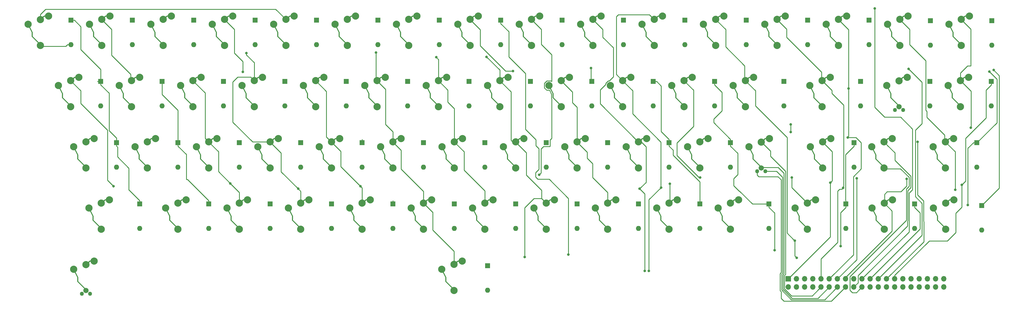
<source format=gbr>
G04 #@! TF.GenerationSoftware,KiCad,Pcbnew,(5.1.5-0-10_14)*
G04 #@! TF.CreationDate,2020-01-04T04:27:12-06:00*
G04 #@! TF.ProjectId,kbd-classic,6b62642d-636c-4617-9373-69632e6b6963,1.3*
G04 #@! TF.SameCoordinates,Original*
G04 #@! TF.FileFunction,Copper,L1,Top*
G04 #@! TF.FilePolarity,Positive*
%FSLAX46Y46*%
G04 Gerber Fmt 4.6, Leading zero omitted, Abs format (unit mm)*
G04 Created by KiCad (PCBNEW (5.1.5-0-10_14)) date 2020-01-04 04:27:12*
%MOMM*%
%LPD*%
G04 APERTURE LIST*
%ADD10C,0.304800*%
%ADD11C,2.235200*%
%ADD12O,1.600000X1.600000*%
%ADD13R,1.600000X1.600000*%
%ADD14C,1.270000*%
%ADD15C,1.651000*%
%ADD16R,1.700000X1.700000*%
%ADD17O,1.700000X1.700000*%
%ADD18C,0.812800*%
%ADD19C,0.800000*%
%ADD20C,0.254000*%
G04 APERTURE END LIST*
D10*
X69842380Y-84719160D02*
X69308980Y-85125560D01*
X70223380Y-84719160D02*
X69842380Y-84719160D01*
X66032380Y-91069160D02*
X68572380Y-93609160D01*
X66032380Y-89799160D02*
X66032380Y-91069160D01*
X64762380Y-87259160D02*
X66032380Y-89799160D01*
X293565580Y-122819160D02*
X293032180Y-123225560D01*
X293946580Y-122819160D02*
X293565580Y-122819160D01*
X289755580Y-129169160D02*
X292295580Y-131709160D01*
X289755580Y-127899160D02*
X289755580Y-129169160D01*
X288485580Y-125359160D02*
X289755580Y-127899160D01*
X336339180Y-103769160D02*
X335805780Y-104175560D01*
X336720180Y-103769160D02*
X336339180Y-103769160D01*
X332529180Y-110119160D02*
X335069180Y-112659160D01*
X332529180Y-108849160D02*
X332529180Y-110119160D01*
X331259180Y-106309160D02*
X332529180Y-108849160D01*
X84015580Y-160919160D02*
X83482180Y-161325560D01*
X84396580Y-160919160D02*
X84015580Y-160919160D01*
X80205580Y-167269160D02*
X82745580Y-169809160D01*
X80205580Y-165999160D02*
X80205580Y-167269160D01*
X78935580Y-163459160D02*
X80205580Y-165999160D01*
X198213980Y-160919160D02*
X197680580Y-161325560D01*
X198594980Y-160919160D02*
X198213980Y-160919160D01*
X194403980Y-167269160D02*
X196943980Y-169809160D01*
X194403980Y-165999160D02*
X194403980Y-167269160D01*
X193133980Y-163459160D02*
X194403980Y-165999160D01*
X245940580Y-141869160D02*
X245407180Y-142275560D01*
X246321580Y-141869160D02*
X245940580Y-141869160D01*
X242130580Y-148219160D02*
X244670580Y-150759160D01*
X242130580Y-146949160D02*
X242130580Y-148219160D01*
X240860580Y-144409160D02*
X242130580Y-146949160D01*
X88892380Y-84719160D02*
X88358980Y-85125560D01*
X89273380Y-84719160D02*
X88892380Y-84719160D01*
X85082380Y-91069160D02*
X87622380Y-93609160D01*
X85082380Y-89799160D02*
X85082380Y-91069160D01*
X83812380Y-87259160D02*
X85082380Y-89799160D01*
X222242380Y-84719160D02*
X221708980Y-85125560D01*
X222623380Y-84719160D02*
X222242380Y-84719160D01*
X218432380Y-91069160D02*
X220972380Y-93609160D01*
X218432380Y-89799160D02*
X218432380Y-91069160D01*
X217162380Y-87259160D02*
X218432380Y-89799160D01*
X264990580Y-141869160D02*
X264457180Y-142275560D01*
X265371580Y-141869160D02*
X264990580Y-141869160D01*
X261180580Y-148219160D02*
X263720580Y-150759160D01*
X261180580Y-146949160D02*
X261180580Y-148219160D01*
X259910580Y-144409160D02*
X261180580Y-146949160D01*
X117187980Y-103769160D02*
X116654580Y-104175560D01*
X117568980Y-103769160D02*
X117187980Y-103769160D01*
X113377980Y-110119160D02*
X115917980Y-112659160D01*
X113377980Y-108849160D02*
X113377980Y-110119160D01*
X112107980Y-106309160D02*
X113377980Y-108849160D01*
X107942380Y-84719160D02*
X107408980Y-85125560D01*
X108323380Y-84719160D02*
X107942380Y-84719160D01*
X104132380Y-91069160D02*
X106672380Y-93609160D01*
X104132380Y-89799160D02*
X104132380Y-91069160D01*
X102862380Y-87259160D02*
X104132380Y-89799160D01*
X241292380Y-84719160D02*
X240758980Y-85125560D01*
X241673380Y-84719160D02*
X241292380Y-84719160D01*
X237482380Y-91069160D02*
X240022380Y-93609160D01*
X237482380Y-89799160D02*
X237482380Y-91069160D01*
X236212380Y-87259160D02*
X237482380Y-89799160D01*
X255465580Y-122819160D02*
X254932180Y-123225560D01*
X255846580Y-122819160D02*
X255465580Y-122819160D01*
X251655580Y-129169160D02*
X254195580Y-131709160D01*
X251655580Y-127899160D02*
X251655580Y-129169160D01*
X250385580Y-125359160D02*
X251655580Y-127899160D01*
X136237980Y-103769160D02*
X135704580Y-104175560D01*
X136618980Y-103769160D02*
X136237980Y-103769160D01*
X132427980Y-110119160D02*
X134967980Y-112659160D01*
X132427980Y-108849160D02*
X132427980Y-110119160D01*
X131157980Y-106309160D02*
X132427980Y-108849160D01*
X126992380Y-84719160D02*
X126458980Y-85125560D01*
X127373380Y-84719160D02*
X126992380Y-84719160D01*
X123182380Y-91069160D02*
X125722380Y-93609160D01*
X123182380Y-89799160D02*
X123182380Y-91069160D01*
X121912380Y-87259160D02*
X123182380Y-89799160D01*
X260342380Y-84719160D02*
X259808980Y-85125560D01*
X260723380Y-84719160D02*
X260342380Y-84719160D01*
X256532380Y-91069160D02*
X259072380Y-93609160D01*
X256532380Y-89799160D02*
X256532380Y-91069160D01*
X255262380Y-87259160D02*
X256532380Y-89799160D01*
X250537980Y-103769160D02*
X250004580Y-104175560D01*
X250918980Y-103769160D02*
X250537980Y-103769160D01*
X246727980Y-110119160D02*
X249267980Y-112659160D01*
X246727980Y-108849160D02*
X246727980Y-110119160D01*
X245457980Y-106309160D02*
X246727980Y-108849160D01*
X155287980Y-103769160D02*
X154754580Y-104175560D01*
X155668980Y-103769160D02*
X155287980Y-103769160D01*
X151477980Y-110119160D02*
X154017980Y-112659160D01*
X151477980Y-108849160D02*
X151477980Y-110119160D01*
X150207980Y-106309160D02*
X151477980Y-108849160D01*
X146042380Y-84719160D02*
X145508980Y-85125560D01*
X146423380Y-84719160D02*
X146042380Y-84719160D01*
X142232380Y-91069160D02*
X144772380Y-93609160D01*
X142232380Y-89799160D02*
X142232380Y-91069160D01*
X140962380Y-87259160D02*
X142232380Y-89799160D01*
X279392380Y-84719160D02*
X278858980Y-85125560D01*
X279773380Y-84719160D02*
X279392380Y-84719160D01*
X275582380Y-91069160D02*
X278122380Y-93609160D01*
X275582380Y-89799160D02*
X275582380Y-91069160D01*
X274312380Y-87259160D02*
X275582380Y-89799160D01*
X288637980Y-103769160D02*
X288104580Y-104175560D01*
X289018980Y-103769160D02*
X288637980Y-103769160D01*
X284827980Y-110119160D02*
X287367980Y-112659160D01*
X284827980Y-108849160D02*
X284827980Y-110119160D01*
X283557980Y-106309160D02*
X284827980Y-108849160D01*
X174337980Y-103769160D02*
X173804580Y-104175560D01*
X174718980Y-103769160D02*
X174337980Y-103769160D01*
X170527980Y-110119160D02*
X173067980Y-112659160D01*
X170527980Y-108849160D02*
X170527980Y-110119160D01*
X169257980Y-106309160D02*
X170527980Y-108849160D01*
X165092380Y-84719160D02*
X164558980Y-85125560D01*
X165473380Y-84719160D02*
X165092380Y-84719160D01*
X161282380Y-91069160D02*
X163822380Y-93609160D01*
X161282380Y-89799160D02*
X161282380Y-91069160D01*
X160012380Y-87259160D02*
X161282380Y-89799160D01*
X298442380Y-84719160D02*
X297908980Y-85125560D01*
X298823380Y-84719160D02*
X298442380Y-84719160D01*
X294632380Y-91069160D02*
X297172380Y-93609160D01*
X294632380Y-89799160D02*
X294632380Y-91069160D01*
X293362380Y-87259160D02*
X294632380Y-89799160D01*
X312488580Y-103769160D02*
X311955180Y-104175560D01*
X312869580Y-103769160D02*
X312488580Y-103769160D01*
X308678580Y-110119160D02*
X311218580Y-112659160D01*
X308678580Y-108849160D02*
X308678580Y-110119160D01*
X307408580Y-106309160D02*
X308678580Y-108849160D01*
X193387980Y-103769160D02*
X192854580Y-104175560D01*
X193768980Y-103769160D02*
X193387980Y-103769160D01*
X189577980Y-110119160D02*
X192117980Y-112659160D01*
X189577980Y-108849160D02*
X189577980Y-110119160D01*
X188307980Y-106309160D02*
X189577980Y-108849160D01*
X184142380Y-84719160D02*
X183608980Y-85125560D01*
X184523380Y-84719160D02*
X184142380Y-84719160D01*
X180332380Y-91069160D02*
X182872380Y-93609160D01*
X180332380Y-89799160D02*
X180332380Y-91069160D01*
X179062380Y-87259160D02*
X180332380Y-89799160D01*
X317492380Y-84719160D02*
X316958980Y-85125560D01*
X317873380Y-84719160D02*
X317492380Y-84719160D01*
X313682380Y-91069160D02*
X316222380Y-93609160D01*
X313682380Y-89799160D02*
X313682380Y-91069160D01*
X312412380Y-87259160D02*
X313682380Y-89799160D01*
X212437980Y-103769160D02*
X211904580Y-104175560D01*
X212818980Y-103769160D02*
X212437980Y-103769160D01*
X208627980Y-110119160D02*
X211167980Y-112659160D01*
X208627980Y-108849160D02*
X208627980Y-110119160D01*
X207357980Y-106309160D02*
X208627980Y-108849160D01*
X203192380Y-84719160D02*
X202658980Y-85125560D01*
X203573380Y-84719160D02*
X203192380Y-84719160D01*
X199382380Y-91069160D02*
X201922380Y-93609160D01*
X199382380Y-89799160D02*
X199382380Y-91069160D01*
X198112380Y-87259160D02*
X199382380Y-89799160D01*
X336542380Y-84719160D02*
X336008980Y-85125560D01*
X336923380Y-84719160D02*
X336542380Y-84719160D01*
X332732380Y-91069160D02*
X335272380Y-93609160D01*
X332732380Y-89799160D02*
X332732380Y-91069160D01*
X331462380Y-87259160D02*
X332732380Y-89799160D01*
X350715580Y-122819160D02*
X350182180Y-123225560D01*
X351096580Y-122819160D02*
X350715580Y-122819160D01*
X346905580Y-129169160D02*
X349445580Y-131709160D01*
X346905580Y-127899160D02*
X346905580Y-129169160D01*
X345635580Y-125359160D02*
X346905580Y-127899160D01*
X231487980Y-103769160D02*
X230954580Y-104175560D01*
X231868980Y-103769160D02*
X231487980Y-103769160D01*
X227677980Y-110119160D02*
X230217980Y-112659160D01*
X227677980Y-108849160D02*
X227677980Y-110119160D01*
X226407980Y-106309160D02*
X227677980Y-108849160D01*
X355592380Y-84719160D02*
X355058980Y-85125560D01*
X355973380Y-84719160D02*
X355592380Y-84719160D01*
X351782380Y-91069160D02*
X354322380Y-93609160D01*
X351782380Y-89799160D02*
X351782380Y-91069160D01*
X350512380Y-87259160D02*
X351782380Y-89799160D01*
X331741780Y-141869160D02*
X331208380Y-142275560D01*
X332122780Y-141869160D02*
X331741780Y-141869160D01*
X327931780Y-148219160D02*
X330471780Y-150759160D01*
X327931780Y-146949160D02*
X327931780Y-148219160D01*
X326661780Y-144409160D02*
X327931780Y-146949160D01*
X122115580Y-122819160D02*
X121582180Y-123225560D01*
X122496580Y-122819160D02*
X122115580Y-122819160D01*
X118305580Y-129169160D02*
X120845580Y-131709160D01*
X118305580Y-127899160D02*
X118305580Y-129169160D01*
X117035580Y-125359160D02*
X118305580Y-127899160D01*
X131640580Y-141869160D02*
X131107180Y-142275560D01*
X132021580Y-141869160D02*
X131640580Y-141869160D01*
X127830580Y-148219160D02*
X130370580Y-150759160D01*
X127830580Y-146949160D02*
X127830580Y-148219160D01*
X126560580Y-144409160D02*
X127830580Y-146949160D01*
X98137980Y-103769160D02*
X97604580Y-104175560D01*
X98518980Y-103769160D02*
X98137980Y-103769160D01*
X94327980Y-110119160D02*
X96867980Y-112659160D01*
X94327980Y-108849160D02*
X94327980Y-110119160D01*
X93057980Y-106309160D02*
X94327980Y-108849160D01*
X312615580Y-122819160D02*
X312082180Y-123225560D01*
X312996580Y-122819160D02*
X312615580Y-122819160D01*
X308805580Y-129169160D02*
X311345580Y-131709160D01*
X308805580Y-127899160D02*
X308805580Y-129169160D01*
X307535580Y-125359160D02*
X308805580Y-127899160D01*
X141165580Y-122819160D02*
X140632180Y-123225560D01*
X141546580Y-122819160D02*
X141165580Y-122819160D01*
X137355580Y-129169160D02*
X139895580Y-131709160D01*
X137355580Y-127899160D02*
X137355580Y-129169160D01*
X136085580Y-125359160D02*
X137355580Y-127899160D01*
X150690580Y-141869160D02*
X150157180Y-142275560D01*
X151071580Y-141869160D02*
X150690580Y-141869160D01*
X146880580Y-148219160D02*
X149420580Y-150759160D01*
X146880580Y-146949160D02*
X146880580Y-148219160D01*
X145610580Y-144409160D02*
X146880580Y-146949160D01*
X103065580Y-122819160D02*
X102532180Y-123225560D01*
X103446580Y-122819160D02*
X103065580Y-122819160D01*
X99255580Y-129169160D02*
X101795580Y-131709160D01*
X99255580Y-127899160D02*
X99255580Y-129169160D01*
X97985580Y-125359160D02*
X99255580Y-127899160D01*
X84015580Y-122819160D02*
X83482180Y-123225560D01*
X84396580Y-122819160D02*
X84015580Y-122819160D01*
X80205580Y-129169160D02*
X82745580Y-131709160D01*
X80205580Y-127899160D02*
X80205580Y-129169160D01*
X78935580Y-125359160D02*
X80205580Y-127899160D01*
X160215580Y-122819160D02*
X159682180Y-123225560D01*
X160596580Y-122819160D02*
X160215580Y-122819160D01*
X156405580Y-129169160D02*
X158945580Y-131709160D01*
X156405580Y-127899160D02*
X156405580Y-129169160D01*
X155135580Y-125359160D02*
X156405580Y-127899160D01*
X169740580Y-141869160D02*
X169207180Y-142275560D01*
X170121580Y-141869160D02*
X169740580Y-141869160D01*
X165930580Y-148219160D02*
X168470580Y-150759160D01*
X165930580Y-146949160D02*
X165930580Y-148219160D01*
X164660580Y-144409160D02*
X165930580Y-146949160D01*
X112590580Y-141869160D02*
X112057180Y-142275560D01*
X112971580Y-141869160D02*
X112590580Y-141869160D01*
X108780580Y-148219160D02*
X111320580Y-150759160D01*
X108780580Y-146949160D02*
X108780580Y-148219160D01*
X107510580Y-144409160D02*
X108780580Y-146949160D01*
X79265780Y-103769160D02*
X78732380Y-104175560D01*
X79646780Y-103769160D02*
X79265780Y-103769160D01*
X75455780Y-110119160D02*
X77995780Y-112659160D01*
X75455780Y-108849160D02*
X75455780Y-110119160D01*
X74185780Y-106309160D02*
X75455780Y-108849160D01*
X179265580Y-122819160D02*
X178732180Y-123225560D01*
X179646580Y-122819160D02*
X179265580Y-122819160D01*
X175455580Y-129169160D02*
X177995580Y-131709160D01*
X175455580Y-127899160D02*
X175455580Y-129169160D01*
X174185580Y-125359160D02*
X175455580Y-127899160D01*
X188790580Y-141869160D02*
X188257180Y-142275560D01*
X189171580Y-141869160D02*
X188790580Y-141869160D01*
X184980580Y-148219160D02*
X187520580Y-150759160D01*
X184980580Y-146949160D02*
X184980580Y-148219160D01*
X183710580Y-144409160D02*
X184980580Y-146949160D01*
X198315580Y-122819160D02*
X197782180Y-123225560D01*
X198696580Y-122819160D02*
X198315580Y-122819160D01*
X194505580Y-129169160D02*
X197045580Y-131709160D01*
X194505580Y-127899160D02*
X194505580Y-129169160D01*
X193235580Y-125359160D02*
X194505580Y-127899160D01*
X207840580Y-141869160D02*
X207307180Y-142275560D01*
X208221580Y-141869160D02*
X207840580Y-141869160D01*
X204030580Y-148219160D02*
X206570580Y-150759160D01*
X204030580Y-146949160D02*
X204030580Y-148219160D01*
X202760580Y-144409160D02*
X204030580Y-146949160D01*
X284040580Y-141869160D02*
X283507180Y-142275560D01*
X284421580Y-141869160D02*
X284040580Y-141869160D01*
X280230580Y-148219160D02*
X282770580Y-150759160D01*
X280230580Y-146949160D02*
X280230580Y-148219160D01*
X278960580Y-144409160D02*
X280230580Y-146949160D01*
X217365580Y-122819160D02*
X216832180Y-123225560D01*
X217746580Y-122819160D02*
X217365580Y-122819160D01*
X213555580Y-129169160D02*
X216095580Y-131709160D01*
X213555580Y-127899160D02*
X213555580Y-129169160D01*
X212285580Y-125359160D02*
X213555580Y-127899160D01*
X226890580Y-141869160D02*
X226357180Y-142275560D01*
X227271580Y-141869160D02*
X226890580Y-141869160D01*
X223080580Y-148219160D02*
X225620580Y-150759160D01*
X223080580Y-146949160D02*
X223080580Y-148219160D01*
X221810580Y-144409160D02*
X223080580Y-146949160D01*
X274515580Y-122819160D02*
X273982180Y-123225560D01*
X274896580Y-122819160D02*
X274515580Y-122819160D01*
X270705580Y-129169160D02*
X273245580Y-131709160D01*
X270705580Y-127899160D02*
X270705580Y-129169160D01*
X269435580Y-125359160D02*
X270705580Y-127899160D01*
X88739980Y-141869160D02*
X88206580Y-142275560D01*
X89120980Y-141869160D02*
X88739980Y-141869160D01*
X84929980Y-148219160D02*
X87469980Y-150759160D01*
X84929980Y-146949160D02*
X84929980Y-148219160D01*
X83659980Y-144409160D02*
X84929980Y-146949160D01*
X236415580Y-122819160D02*
X235882180Y-123225560D01*
X236796580Y-122819160D02*
X236415580Y-122819160D01*
X232605580Y-129169160D02*
X235145580Y-131709160D01*
X232605580Y-127899160D02*
X232605580Y-129169160D01*
X231335580Y-125359160D02*
X232605580Y-127899160D01*
X269587980Y-103769160D02*
X269054580Y-104175560D01*
X269968980Y-103769160D02*
X269587980Y-103769160D01*
X265777980Y-110119160D02*
X268317980Y-112659160D01*
X265777980Y-108849160D02*
X265777980Y-110119160D01*
X264507980Y-106309160D02*
X265777980Y-108849160D01*
X307891180Y-141869160D02*
X307357780Y-142275560D01*
X308272180Y-141869160D02*
X307891180Y-141869160D01*
X304081180Y-148219160D02*
X306621180Y-150759160D01*
X304081180Y-146949160D02*
X304081180Y-148219160D01*
X302811180Y-144409160D02*
X304081180Y-146949160D01*
X326585580Y-125359160D02*
X327855580Y-127899160D01*
X327855580Y-127899160D02*
X327855580Y-129169160D01*
X327855580Y-129169160D02*
X330395580Y-131709160D01*
X332046580Y-122819160D02*
X331665580Y-122819160D01*
X331665580Y-122819160D02*
X331132180Y-123225560D01*
X355389180Y-103769160D02*
X354855780Y-104175560D01*
X355770180Y-103769160D02*
X355389180Y-103769160D01*
X351579180Y-110119160D02*
X354119180Y-112659160D01*
X351579180Y-108849160D02*
X351579180Y-110119160D01*
X350309180Y-106309160D02*
X351579180Y-108849160D01*
X350791780Y-141869160D02*
X350258380Y-142275560D01*
X351172780Y-141869160D02*
X350791780Y-141869160D01*
X346981780Y-148219160D02*
X349521780Y-150759160D01*
X346981780Y-146949160D02*
X346981780Y-148219160D01*
X345711780Y-144409160D02*
X346981780Y-146949160D01*
D11*
X68572380Y-93799660D03*
X68572380Y-85798660D03*
X71112380Y-84719160D03*
X64762380Y-87259160D03*
D12*
X78097380Y-93609160D03*
D13*
X78097380Y-85989160D03*
D14*
X291025580Y-132979160D03*
X293565580Y-132979160D03*
D15*
X292295580Y-131899660D03*
D11*
X292295580Y-123898660D03*
X294835580Y-122819160D03*
X288485580Y-125359160D03*
D14*
X333799180Y-113929160D03*
X336339180Y-113929160D03*
D15*
X335069180Y-112849660D03*
D11*
X335069180Y-104848660D03*
X337609180Y-103769160D03*
X331259180Y-106309160D03*
D12*
X344634820Y-112659160D03*
D13*
X344634820Y-105039160D03*
D14*
X81475580Y-171079160D03*
X84015580Y-171079160D03*
D15*
X82745580Y-169999660D03*
D11*
X82745580Y-161998660D03*
X85285580Y-160919160D03*
X78935580Y-163459160D03*
X193133980Y-163459160D03*
X199483980Y-160919160D03*
X196943980Y-161935160D03*
X196943980Y-170063160D03*
X240860580Y-144409160D03*
X247210580Y-141869160D03*
X244670580Y-142885160D03*
X244670580Y-151013160D03*
X83812380Y-87259160D03*
X90162380Y-84719160D03*
X87622380Y-85735160D03*
X87622380Y-93863160D03*
X217162380Y-87259160D03*
X223512380Y-84719160D03*
X220972380Y-85735160D03*
X220972380Y-93863160D03*
X259910580Y-144409160D03*
X266260580Y-141869160D03*
X263720580Y-142885160D03*
X263720580Y-151013160D03*
X112107980Y-106309160D03*
X118457980Y-103769160D03*
X115917980Y-104785160D03*
X115917980Y-112913160D03*
X102862380Y-87259160D03*
X109212380Y-84719160D03*
X106672380Y-85735160D03*
X106672380Y-93863160D03*
X236212380Y-87259160D03*
X242562380Y-84719160D03*
X240022380Y-85735160D03*
X240022380Y-93863160D03*
X250385580Y-125359160D03*
X256735580Y-122819160D03*
X254195580Y-123835160D03*
X254195580Y-131963160D03*
X131157980Y-106309160D03*
X137507980Y-103769160D03*
X134967980Y-104785160D03*
X134967980Y-112913160D03*
X121912380Y-87259160D03*
X128262380Y-84719160D03*
X125722380Y-85735160D03*
X125722380Y-93863160D03*
X255262380Y-87259160D03*
X261612380Y-84719160D03*
X259072380Y-85735160D03*
X259072380Y-93863160D03*
X245457980Y-106309160D03*
X251807980Y-103769160D03*
X249267980Y-104785160D03*
X249267980Y-112913160D03*
X150207980Y-106309160D03*
X156557980Y-103769160D03*
X154017980Y-104785160D03*
X154017980Y-112913160D03*
X140962380Y-87259160D03*
X147312380Y-84719160D03*
X144772380Y-85735160D03*
X144772380Y-93863160D03*
X274312380Y-87259160D03*
X280662380Y-84719160D03*
X278122380Y-85735160D03*
X278122380Y-93863160D03*
X283557980Y-106309160D03*
X289907980Y-103769160D03*
X287367980Y-104785160D03*
X287367980Y-112913160D03*
X169257980Y-106309160D03*
X175607980Y-103769160D03*
X173067980Y-104785160D03*
X173067980Y-112913160D03*
X160012380Y-87259160D03*
X166362380Y-84719160D03*
X163822380Y-85735160D03*
X163822380Y-93863160D03*
X293362380Y-87259160D03*
X299712380Y-84719160D03*
X297172380Y-85735160D03*
X297172380Y-93863160D03*
X307408580Y-106309160D03*
X313758580Y-103769160D03*
X311218580Y-104785160D03*
X311218580Y-112913160D03*
X188307980Y-106309160D03*
X194657980Y-103769160D03*
X192117980Y-104785160D03*
X192117980Y-112913160D03*
X179062380Y-87259160D03*
X185412380Y-84719160D03*
X182872380Y-85735160D03*
X182872380Y-93863160D03*
X312412380Y-87259160D03*
X318762380Y-84719160D03*
X316222380Y-85735160D03*
X316222380Y-93863160D03*
X207357980Y-106309160D03*
X213707980Y-103769160D03*
X211167980Y-104785160D03*
X211167980Y-112913160D03*
X198112380Y-87259160D03*
X204462380Y-84719160D03*
X201922380Y-85735160D03*
X201922380Y-93863160D03*
X331462380Y-87259160D03*
X337812380Y-84719160D03*
X335272380Y-85735160D03*
X335272380Y-93863160D03*
X345635580Y-125359160D03*
X351985580Y-122819160D03*
X349445580Y-123835160D03*
X349445580Y-131963160D03*
X226407980Y-106309160D03*
X232757980Y-103769160D03*
X230217980Y-104785160D03*
X230217980Y-112913160D03*
X350512380Y-87259160D03*
X356862380Y-84719160D03*
X354322380Y-85735160D03*
X354322380Y-93863160D03*
X326661780Y-144409160D03*
X333011780Y-141869160D03*
X330471780Y-142885160D03*
X330471780Y-151013160D03*
X117035580Y-125359160D03*
X123385580Y-122819160D03*
X120845580Y-123835160D03*
X120845580Y-131963160D03*
X126560580Y-144409160D03*
X132910580Y-141869160D03*
X130370580Y-142885160D03*
X130370580Y-151013160D03*
X93057980Y-106309160D03*
X99407980Y-103769160D03*
X96867980Y-104785160D03*
X96867980Y-112913160D03*
X307535580Y-125359160D03*
X313885580Y-122819160D03*
X311345580Y-123835160D03*
X311345580Y-131963160D03*
X136085580Y-125359160D03*
X142435580Y-122819160D03*
X139895580Y-123835160D03*
X139895580Y-131963160D03*
X145610580Y-144409160D03*
X151960580Y-141869160D03*
X149420580Y-142885160D03*
X149420580Y-151013160D03*
X97985580Y-125359160D03*
X104335580Y-122819160D03*
X101795580Y-123835160D03*
X101795580Y-131963160D03*
X78935580Y-125359160D03*
X85285580Y-122819160D03*
X82745580Y-123835160D03*
X82745580Y-131963160D03*
X155135580Y-125359160D03*
X161485580Y-122819160D03*
X158945580Y-123835160D03*
X158945580Y-131963160D03*
X164660580Y-144409160D03*
X171010580Y-141869160D03*
X168470580Y-142885160D03*
X168470580Y-151013160D03*
X107510580Y-144409160D03*
X113860580Y-141869160D03*
X111320580Y-142885160D03*
X111320580Y-151013160D03*
X74185780Y-106309160D03*
X80535780Y-103769160D03*
X77995780Y-104785160D03*
X77995780Y-112913160D03*
X174185580Y-125359160D03*
X180535580Y-122819160D03*
X177995580Y-123835160D03*
X177995580Y-131963160D03*
X183710580Y-144409160D03*
X190060580Y-141869160D03*
X187520580Y-142885160D03*
X187520580Y-151013160D03*
X193235580Y-125359160D03*
X199585580Y-122819160D03*
X197045580Y-123835160D03*
X197045580Y-131963160D03*
X202760580Y-144409160D03*
X209110580Y-141869160D03*
X206570580Y-142885160D03*
X206570580Y-151013160D03*
X278960580Y-144409160D03*
X285310580Y-141869160D03*
X282770580Y-142885160D03*
X282770580Y-151013160D03*
X212285580Y-125359160D03*
X218635580Y-122819160D03*
X216095580Y-123835160D03*
X216095580Y-131963160D03*
X221810580Y-144409160D03*
X228160580Y-141869160D03*
X225620580Y-142885160D03*
X225620580Y-151013160D03*
X269435580Y-125359160D03*
X275785580Y-122819160D03*
X273245580Y-123835160D03*
X273245580Y-131963160D03*
X83659980Y-144409160D03*
X90009980Y-141869160D03*
X87469980Y-142885160D03*
X87469980Y-151013160D03*
X231335580Y-125359160D03*
X237685580Y-122819160D03*
X235145580Y-123835160D03*
X235145580Y-131963160D03*
X264507980Y-106309160D03*
X270857980Y-103769160D03*
X268317980Y-104785160D03*
X268317980Y-112913160D03*
X302811180Y-144409160D03*
X309161180Y-141869160D03*
X306621180Y-142885160D03*
X306621180Y-151013160D03*
X330395580Y-131963160D03*
X330395580Y-123835160D03*
X332935580Y-122819160D03*
X326585580Y-125359160D03*
X350309180Y-106309160D03*
X356659180Y-103769160D03*
X354119180Y-104785160D03*
X354119180Y-112913160D03*
X345711780Y-144409160D03*
X352061780Y-141869160D03*
X349521780Y-142885160D03*
X349521780Y-151013160D03*
D16*
X300710600Y-166420800D03*
D17*
X300710600Y-168960800D03*
X303250600Y-166420800D03*
X303250600Y-168960800D03*
X305790600Y-166420800D03*
X305790600Y-168960800D03*
X308330600Y-166420800D03*
X308330600Y-168960800D03*
X310870600Y-166420800D03*
X310870600Y-168960800D03*
X313410600Y-166420800D03*
X313410600Y-168960800D03*
X315950600Y-166420800D03*
X315950600Y-168960800D03*
X318490600Y-166420800D03*
X318490600Y-168960800D03*
X321030600Y-166420800D03*
X321030600Y-168960800D03*
X323570600Y-166420800D03*
X323570600Y-168960800D03*
X326110600Y-166420800D03*
X326110600Y-168960800D03*
X328650600Y-166420800D03*
X328650600Y-168960800D03*
X331190600Y-166420800D03*
X331190600Y-168960800D03*
X333730600Y-166420800D03*
X333730600Y-168960800D03*
X336270600Y-166420800D03*
X336270600Y-168960800D03*
X338810600Y-166420800D03*
X338810600Y-168960800D03*
X341350600Y-166420800D03*
X341350600Y-168960800D03*
X343890600Y-166420800D03*
X343890600Y-168960800D03*
X346430600Y-166420800D03*
X346430600Y-168960800D03*
X348970600Y-166420800D03*
X348970600Y-168960800D03*
D12*
X325747380Y-93609160D03*
D13*
X325747380Y-85989160D03*
D12*
X239742980Y-112659160D03*
D13*
X239742980Y-105039160D03*
D12*
X363684820Y-112659160D03*
D13*
X363684820Y-105039160D03*
D12*
X318546480Y-150759160D03*
D13*
X318546480Y-143139160D03*
D12*
X277842980Y-112659160D03*
D13*
X277842980Y-105039160D03*
D12*
X254195580Y-150759160D03*
D13*
X254195580Y-143139160D03*
D12*
X244670580Y-131709160D03*
D13*
X244670580Y-124089160D03*
D12*
X99395280Y-150759160D03*
D13*
X99395280Y-143139160D03*
D12*
X282770580Y-131709160D03*
D13*
X282770580Y-124089160D03*
D12*
X235145580Y-150759160D03*
D13*
X235145580Y-143139160D03*
D12*
X225620580Y-131709160D03*
D13*
X225620580Y-124089160D03*
D12*
X294695880Y-150759160D03*
D13*
X294695880Y-143139160D03*
D12*
X216095580Y-150759160D03*
D13*
X216095580Y-143139160D03*
D12*
X206570580Y-131709160D03*
D13*
X206570580Y-124089160D03*
D12*
X207408780Y-169961560D03*
D13*
X207408780Y-162341560D03*
D12*
X197045580Y-150759160D03*
D13*
X197045580Y-143139160D03*
D12*
X187520580Y-131709160D03*
D13*
X187520580Y-124089160D03*
D12*
X87342980Y-112659160D03*
D13*
X87342980Y-105039160D03*
D12*
X120845580Y-150759160D03*
D13*
X120845580Y-143139160D03*
D12*
X177995580Y-150759160D03*
D13*
X177995580Y-143139160D03*
D12*
X168470580Y-131709160D03*
D13*
X168470580Y-124089160D03*
D12*
X92270580Y-131709160D03*
D13*
X92270580Y-124089160D03*
D12*
X111320580Y-131709160D03*
D13*
X111320580Y-124089160D03*
D12*
X158945580Y-150759160D03*
D13*
X158945580Y-143139160D03*
D12*
X149420580Y-131709160D03*
D13*
X149420580Y-124089160D03*
D12*
X321081400Y-131709160D03*
D13*
X321081400Y-124089160D03*
D12*
X106392980Y-112659160D03*
D13*
X106392980Y-105039160D03*
D12*
X139895580Y-150759160D03*
D13*
X139895580Y-143139160D03*
D12*
X130370580Y-131709160D03*
D13*
X130370580Y-124089160D03*
D12*
X360730800Y-151244300D03*
D13*
X360730800Y-143624300D03*
D12*
X339858113Y-150759160D03*
D13*
X339858113Y-143139160D03*
D12*
X363847380Y-93776800D03*
D13*
X363847380Y-86156800D03*
D12*
X359181400Y-131709160D03*
D13*
X359181400Y-124089160D03*
D12*
X344797380Y-93776800D03*
D13*
X344797380Y-86156800D03*
D12*
X211447380Y-93609160D03*
D13*
X211447380Y-85989160D03*
D12*
X220692980Y-112659160D03*
D13*
X220692980Y-105039160D03*
D12*
X192397380Y-93609160D03*
D13*
X192397380Y-85989160D03*
D12*
X201642980Y-112659160D03*
D13*
X201642980Y-105039160D03*
D12*
X323143880Y-112659160D03*
D13*
X323143880Y-105039160D03*
D12*
X306697380Y-93609160D03*
D13*
X306697380Y-85989160D03*
D12*
X173347380Y-93609160D03*
D13*
X173347380Y-85989160D03*
D12*
X182592980Y-112659160D03*
D13*
X182592980Y-105039160D03*
D12*
X299293280Y-112659160D03*
D13*
X299293280Y-105039160D03*
D12*
X287647380Y-93609160D03*
D13*
X287647380Y-85989160D03*
D12*
X154297380Y-93609160D03*
D13*
X154297380Y-85989160D03*
D12*
X163542980Y-112659160D03*
D13*
X163542980Y-105039160D03*
D12*
X258792980Y-112659160D03*
D13*
X258792980Y-105039160D03*
D12*
X268597380Y-93609160D03*
D13*
X268597380Y-85989160D03*
D12*
X135247380Y-93609160D03*
D13*
X135247380Y-85989160D03*
D12*
X144492980Y-112659160D03*
D13*
X144492980Y-105039160D03*
D12*
X263720580Y-131709160D03*
D13*
X263720580Y-124089160D03*
D12*
X249547380Y-93609160D03*
D13*
X249547380Y-85989160D03*
D12*
X116197380Y-93609160D03*
D13*
X116197380Y-85989160D03*
D12*
X125442980Y-112659160D03*
D13*
X125442980Y-105039160D03*
D12*
X273245580Y-150759160D03*
D13*
X273245580Y-143139160D03*
D12*
X230497380Y-93609160D03*
D13*
X230497380Y-85989160D03*
D12*
X97147380Y-93609160D03*
D13*
X97147380Y-85989160D03*
D18*
X340839410Y-123825000D03*
X301426880Y-118371620D03*
X87342980Y-105039160D03*
X301426880Y-120721120D03*
X316896034Y-156241034D03*
X296417988Y-157480000D03*
D19*
X239455960Y-100853240D03*
X364404848Y-101472331D03*
D18*
X337994602Y-101145998D03*
D19*
X356433120Y-143416020D03*
D18*
X363067600Y-101991160D03*
X232473500Y-158877000D03*
X357301800Y-119443498D03*
X337439000Y-135318500D03*
D19*
X352463100Y-138666220D03*
X273291300Y-134884160D03*
X215249760Y-101770180D03*
D18*
X301741840Y-134884160D03*
X321945001Y-135128000D03*
D19*
X207048100Y-97373440D03*
X319102740Y-122473720D03*
X319410080Y-107210860D03*
D18*
X218899740Y-159646620D03*
D19*
X191424560Y-97497900D03*
X317662560Y-138107990D03*
D18*
X303276000Y-159893000D03*
D19*
X172783500Y-96012000D03*
X302704500Y-154559000D03*
X167906700Y-137576560D03*
X91279980Y-137584180D03*
X131427220Y-102006400D03*
X261188620Y-138009589D03*
D18*
X257403600Y-163953812D03*
D19*
X132552440Y-96202500D03*
X148586190Y-138393170D03*
D18*
X256159000Y-163953810D03*
D19*
X254571500Y-138366500D03*
X263956800Y-136870440D03*
X223377760Y-134061200D03*
X313720480Y-136524430D03*
D18*
X127553720Y-136763760D03*
X327510140Y-82349340D03*
X354500180Y-137167620D03*
D20*
X331190600Y-166420800D02*
X342773000Y-154838400D01*
X340839410Y-140306410D02*
X342709500Y-142176500D01*
X340839410Y-123825000D02*
X340839410Y-140306410D01*
X342773000Y-154838400D02*
X342709500Y-142176500D01*
X168470580Y-123035160D02*
X168470580Y-124089160D01*
X318546480Y-142085160D02*
X318470280Y-142008960D01*
X318546480Y-143139160D02*
X318546480Y-142085160D01*
X321081400Y-125143160D02*
X321081400Y-124089160D01*
X318470280Y-127754280D02*
X321081400Y-125143160D01*
X318470280Y-142008960D02*
X318470280Y-127754280D01*
X87342980Y-105039160D02*
X87342980Y-106093160D01*
X92270580Y-125143160D02*
X92532200Y-125404780D01*
X92270580Y-124089160D02*
X92270580Y-125143160D01*
X92532200Y-125404780D02*
X92532200Y-128490980D01*
X92532200Y-128490980D02*
X96083120Y-132041900D01*
X96083120Y-132041900D02*
X96083120Y-138808460D01*
X99395280Y-142085160D02*
X99395280Y-143139160D01*
X96118580Y-138808460D02*
X99395280Y-142085160D01*
X96083120Y-138808460D02*
X96118580Y-138808460D01*
X86288980Y-105039160D02*
X87342980Y-105039160D01*
X92270580Y-122648980D02*
X92270580Y-124089160D01*
X89938860Y-120317260D02*
X92270580Y-122648980D01*
X89938860Y-108689040D02*
X89938860Y-120317260D01*
X87342980Y-106093160D02*
X89938860Y-108689040D01*
X301426880Y-118371620D02*
X301426880Y-120721120D01*
X318546480Y-143139160D02*
X318546480Y-144193160D01*
X316896034Y-145843606D02*
X316896034Y-155666298D01*
X316896034Y-155666298D02*
X316896034Y-156241034D01*
X318546480Y-144193160D02*
X316896034Y-145843606D01*
X79151380Y-85989160D02*
X81127600Y-87965380D01*
X78097380Y-85989160D02*
X79151380Y-85989160D01*
X81127600Y-87965380D02*
X81127600Y-95097600D01*
X87342980Y-101312980D02*
X87342980Y-105039160D01*
X81127600Y-95097600D02*
X87342980Y-101312980D01*
X106392980Y-105039160D02*
X106392980Y-109082840D01*
X111320580Y-114010440D02*
X111320580Y-124089160D01*
X106392980Y-109082840D02*
X111320580Y-114010440D01*
X111320580Y-125143160D02*
X113903760Y-127726340D01*
X111320580Y-124089160D02*
X111320580Y-125143160D01*
X113903760Y-127726340D02*
X113903760Y-135483600D01*
X120845580Y-142085160D02*
X120845580Y-143139160D01*
X114244020Y-135483600D02*
X120845580Y-142085160D01*
X113903760Y-135483600D02*
X114244020Y-135483600D01*
X296417988Y-156905264D02*
X296417988Y-157480000D01*
X294695880Y-143139160D02*
X294695880Y-144193160D01*
X294695880Y-144193160D02*
X296418010Y-145915290D01*
X296418010Y-145915290D02*
X296418010Y-156905242D01*
X296418010Y-156905242D02*
X296417988Y-156905264D01*
X277842980Y-106093160D02*
X277842980Y-105039160D01*
X280103580Y-108353760D02*
X277842980Y-106093160D01*
X277558500Y-117823080D02*
X277558500Y-116713000D01*
X280103580Y-114167920D02*
X280103580Y-108353760D01*
X282770580Y-123035160D02*
X277558500Y-117823080D01*
X277558500Y-116713000D02*
X280103580Y-114167920D01*
X282770580Y-124089160D02*
X282770580Y-123035160D01*
X282770580Y-125143160D02*
X282770580Y-124089160D01*
X284988000Y-127360580D02*
X282770580Y-125143160D01*
X284988000Y-133985000D02*
X284988000Y-127360580D01*
X283718000Y-135255000D02*
X284988000Y-133985000D01*
X294695880Y-143139160D02*
X289570160Y-143139160D01*
X283718000Y-137414000D02*
X283718000Y-135255000D01*
X285432500Y-139128500D02*
X283718000Y-137414000D01*
X285559500Y-139128500D02*
X285432500Y-139128500D01*
X289570160Y-143139160D02*
X285559500Y-139128500D01*
X239455960Y-104752140D02*
X239742980Y-105039160D01*
X239455960Y-100853240D02*
X239455960Y-104752140D01*
X366143540Y-103211023D02*
X364404848Y-101472331D01*
X366143540Y-138211560D02*
X366143540Y-103211023D01*
X360730800Y-143624300D02*
X366143540Y-138211560D01*
X342200599Y-152870801D02*
X329500599Y-165570801D01*
X329500599Y-165570801D02*
X328650600Y-166420800D01*
X342150700Y-105302096D02*
X342150700Y-118160800D01*
X342150700Y-118160800D02*
X340106000Y-120205500D01*
X340106000Y-140850068D02*
X342200599Y-142944667D01*
X342200599Y-142944667D02*
X342200599Y-152870801D01*
X340106000Y-120205500D02*
X340106000Y-140850068D01*
X337994602Y-101145998D02*
X342150700Y-105302096D01*
X263720580Y-123035160D02*
X263720580Y-124089160D01*
X261259320Y-120573900D02*
X263720580Y-123035160D01*
X358127400Y-124089160D02*
X359181400Y-124089160D01*
X356433120Y-125783440D02*
X358127400Y-124089160D01*
X356433120Y-143416020D02*
X356433120Y-125783440D01*
X359181400Y-124089160D02*
X365419640Y-117850920D01*
X365419640Y-117850920D02*
X365419640Y-104343200D01*
X365419640Y-104343200D02*
X363067600Y-101991160D01*
X273245580Y-136212580D02*
X273245580Y-143139160D01*
X264957560Y-127924560D02*
X273245580Y-136212580D01*
X264957560Y-126380140D02*
X264957560Y-127924560D01*
X263720580Y-124089160D02*
X263720580Y-125143160D01*
X263720580Y-125143160D02*
X264957560Y-126380140D01*
X341604600Y-150926800D02*
X326110600Y-166420800D01*
X341604600Y-145939647D02*
X341604600Y-150926800D01*
X339858113Y-144193160D02*
X341604600Y-145939647D01*
X339858113Y-143139160D02*
X339858113Y-144193160D01*
X261259320Y-106451500D02*
X259846980Y-105039160D01*
X259846980Y-105039160D02*
X258792980Y-105039160D01*
X261259320Y-120573900D02*
X261259320Y-106451500D01*
X226479100Y-135382000D02*
X232473500Y-141376400D01*
X222313500Y-134747000D02*
X222948500Y-135382000D01*
X223266000Y-132397500D02*
X222313500Y-133350000D01*
X222353481Y-125007981D02*
X223266000Y-125920500D01*
X219113100Y-119875300D02*
X222353481Y-123115681D01*
X219113100Y-102527100D02*
X219113100Y-119875300D01*
X222948500Y-135382000D02*
X226479100Y-135382000D01*
X222313500Y-133350000D02*
X222313500Y-134747000D01*
X213944200Y-97358200D02*
X219113100Y-102527100D01*
X222353481Y-123115681D02*
X222353481Y-125007981D01*
X232473500Y-141376400D02*
X232473500Y-158877000D01*
X213944200Y-89539980D02*
X213944200Y-97358200D01*
X211447380Y-87043160D02*
X213944200Y-89539980D01*
X223266000Y-125920500D02*
X223266000Y-132397500D01*
X211447380Y-85989160D02*
X211447380Y-87043160D01*
X354788374Y-86201154D02*
X357329740Y-88742520D01*
X357329740Y-88742520D02*
X357329740Y-100147120D01*
X357329740Y-100147120D02*
X356344220Y-100147120D01*
X354119180Y-102372160D02*
X354119180Y-104356648D01*
X356344220Y-100147120D02*
X354119180Y-102372160D01*
X354587436Y-105253416D02*
X357370380Y-108036360D01*
X357370380Y-119374918D02*
X357301800Y-119443498D01*
X357370380Y-108036360D02*
X357370380Y-119374918D01*
X330558140Y-140103860D02*
X331343000Y-139319000D01*
X330558140Y-142374812D02*
X330558140Y-140103860D01*
X330259786Y-142673166D02*
X330558140Y-142374812D01*
X337439000Y-137541000D02*
X337439000Y-135318500D01*
X335661000Y-139319000D02*
X337439000Y-137541000D01*
X331343000Y-139319000D02*
X335661000Y-139319000D01*
X332892400Y-151549100D02*
X318490600Y-165950900D01*
X332892400Y-145305780D02*
X332892400Y-151549100D01*
X318490600Y-165950900D02*
X318490600Y-166420800D01*
X330471780Y-142885160D02*
X332892400Y-145305780D01*
X233728260Y-108295440D02*
X230683974Y-105251154D01*
X233728260Y-111648240D02*
X233728260Y-108295440D01*
X235145580Y-113065560D02*
X235145580Y-123411172D01*
X233728260Y-111648240D02*
X235145580Y-113065560D01*
X244670580Y-139573000D02*
X244670580Y-142461172D01*
X239956340Y-134858760D02*
X244670580Y-139573000D01*
X239956340Y-130566160D02*
X239956340Y-134858760D01*
X238312960Y-128922780D02*
X239956340Y-130566160D01*
X235611574Y-124301154D02*
X238312960Y-127002540D01*
X238312960Y-127002540D02*
X238312960Y-128922780D01*
X352468180Y-126857760D02*
X349911574Y-124301154D01*
X352468180Y-128013460D02*
X352468180Y-126857760D01*
X352468180Y-128013460D02*
X352468180Y-138661140D01*
X352468180Y-138661140D02*
X352463100Y-138666220D01*
X205115160Y-88927940D02*
X202388374Y-86201154D01*
X205115160Y-89946480D02*
X205115160Y-88927940D01*
X205115160Y-89946480D02*
X205115160Y-93929200D01*
X205115160Y-93929200D02*
X212956140Y-101770180D01*
X212956140Y-101770180D02*
X215249760Y-101770180D01*
X301752000Y-134894320D02*
X301741840Y-134884160D01*
X301752000Y-138015980D02*
X301752000Y-134894320D01*
X306621180Y-142885160D02*
X301752000Y-138015980D01*
X321945001Y-135702736D02*
X321945001Y-135128000D01*
X315950600Y-166420800D02*
X321945001Y-160426399D01*
X321945001Y-160426399D02*
X321945001Y-135702736D01*
X272953480Y-134884160D02*
X273291300Y-134884160D01*
X266118340Y-128049020D02*
X272953480Y-134884160D01*
X266118340Y-124152660D02*
X266118340Y-128049020D01*
X271292320Y-118978680D02*
X266118340Y-124152660D01*
X271292320Y-107759500D02*
X271292320Y-118978680D01*
X268783974Y-105251154D02*
X271292320Y-107759500D01*
X343682320Y-116161820D02*
X349233586Y-121713086D01*
X343682320Y-114282220D02*
X343682320Y-116161820D01*
X343344500Y-113944400D02*
X343682320Y-114282220D01*
X343344500Y-98552000D02*
X343344500Y-113944400D01*
X349233586Y-121713086D02*
X349233586Y-123623166D01*
X338399120Y-93606620D02*
X343344500Y-98552000D01*
X338399120Y-88861900D02*
X338399120Y-93606620D01*
X335738374Y-86201154D02*
X338399120Y-88861900D01*
X215163592Y-123835160D02*
X215671592Y-123835160D01*
X214640160Y-123311728D02*
X215163592Y-123835160D01*
X211633974Y-105251154D02*
X214640160Y-108257340D01*
X214640160Y-108257340D02*
X214640160Y-123311728D01*
X211167980Y-101493320D02*
X211167980Y-104361172D01*
X207048100Y-97373440D02*
X211167980Y-101493320D01*
X316688374Y-86201154D02*
X319410080Y-88922860D01*
X319410080Y-88922860D02*
X319410080Y-90520520D01*
X319410080Y-122166380D02*
X319102740Y-122473720D01*
X319410080Y-90520520D02*
X319410080Y-107210860D01*
X319410080Y-107210860D02*
X319410080Y-122166380D01*
X225408586Y-142673166D02*
X224181670Y-141446250D01*
X224181670Y-141446250D02*
X221763590Y-141446250D01*
X221763590Y-141446250D02*
X218899740Y-144310100D01*
X218899740Y-144310100D02*
X218899740Y-159646620D01*
X314260599Y-165570801D02*
X313410600Y-166420800D01*
X320875011Y-158956389D02*
X314260599Y-165570801D01*
X323268989Y-132216511D02*
X320875011Y-134610489D01*
X320875011Y-134610489D02*
X320875011Y-158956389D01*
X323268989Y-124088147D02*
X323268989Y-132216511D01*
X321654562Y-122473720D02*
X323268989Y-124088147D01*
X319102740Y-122473720D02*
X321654562Y-122473720D01*
X219420440Y-127160020D02*
X216561574Y-124301154D01*
X224181670Y-138901170D02*
X219420440Y-134139940D01*
X219420440Y-134139940D02*
X219420440Y-127160020D01*
X224181670Y-141446250D02*
X224181670Y-138901170D01*
X192117980Y-104785160D02*
X195013580Y-107680760D01*
X195013580Y-107680760D02*
X195013580Y-110886240D01*
X197045580Y-113483925D02*
X197045580Y-123411172D01*
X195013580Y-110886240D02*
X195013580Y-111451925D01*
X195013580Y-111451925D02*
X197045580Y-113483925D01*
X192120520Y-98193860D02*
X191424560Y-97497900D01*
X192117980Y-104361172D02*
X192120520Y-104358632D01*
X192120520Y-104358632D02*
X192120520Y-98193860D01*
X206570580Y-139075160D02*
X206570580Y-142461172D01*
X200080880Y-132585460D02*
X206570580Y-139075160D01*
X197511574Y-124301154D02*
X200080880Y-126870460D01*
X200080880Y-126870460D02*
X200080880Y-132585460D01*
X314258960Y-108765340D02*
X317835280Y-112341660D01*
X317835280Y-112341660D02*
X317835280Y-137935270D01*
X311684574Y-105251154D02*
X314258960Y-107825540D01*
X317835280Y-137935270D02*
X317662560Y-138107990D01*
X314258960Y-107825540D02*
X314258960Y-108765340D01*
X317262561Y-138507989D02*
X316621911Y-138507989D01*
X317662560Y-138107990D02*
X317262561Y-138507989D01*
X316621911Y-138507989D02*
X316014100Y-139115800D01*
X316014100Y-139115800D02*
X316014100Y-155079700D01*
X310870600Y-160223200D02*
X316014100Y-155079700D01*
X310870600Y-166420800D02*
X310870600Y-160223200D01*
X300156880Y-91305380D02*
X311006586Y-102155086D01*
X300156880Y-88719660D02*
X300156880Y-91305380D01*
X311006586Y-102155086D02*
X311006586Y-104573166D01*
X297638374Y-86201154D02*
X300156880Y-88719660D01*
X175719740Y-107436920D02*
X173533974Y-105251154D01*
X175719740Y-108389420D02*
X175719740Y-107436920D01*
X175719740Y-108160820D02*
X175719740Y-108389420D01*
X177995580Y-120667780D02*
X177995580Y-123411172D01*
X175719740Y-108389420D02*
X175719740Y-118391940D01*
X175719740Y-118391940D02*
X177995580Y-120667780D01*
X187520580Y-139252960D02*
X187520580Y-142461172D01*
X180558440Y-132290820D02*
X187520580Y-139252960D01*
X178461574Y-124301154D02*
X180558440Y-126398020D01*
X180558440Y-126398020D02*
X180558440Y-132290820D01*
X196943980Y-157810200D02*
X196943980Y-161511172D01*
X190355220Y-151221440D02*
X196943980Y-157810200D01*
X190355220Y-145669000D02*
X190355220Y-151221440D01*
X187986574Y-143351154D02*
X190304420Y-145669000D01*
X190304420Y-145669000D02*
X190355220Y-145669000D01*
X173067980Y-104361172D02*
X172783500Y-104076692D01*
X172783500Y-104076692D02*
X172783500Y-96577685D01*
X172783500Y-96577685D02*
X172783500Y-96012000D01*
X281259280Y-94251780D02*
X287155986Y-100148486D01*
X281259280Y-88872060D02*
X281259280Y-94251780D01*
X287155986Y-100148486D02*
X287155986Y-104573166D01*
X278588374Y-86201154D02*
X281259280Y-88872060D01*
X302704500Y-159321500D02*
X302704500Y-155124685D01*
X302704500Y-155124685D02*
X302704500Y-154559000D01*
X303276000Y-159893000D02*
X302704500Y-159321500D01*
X290487100Y-112615980D02*
X300336001Y-122464881D01*
X287833974Y-105251154D02*
X290487100Y-107904280D01*
X290487100Y-107904280D02*
X290487100Y-112615980D01*
X300336001Y-122464881D02*
X300336001Y-152190501D01*
X302304501Y-154159001D02*
X302704500Y-154559000D01*
X300336001Y-152190501D02*
X302304501Y-154159001D01*
X68572380Y-84218135D02*
X70215115Y-82575400D01*
X68572380Y-85798660D02*
X68572380Y-84218135D01*
X141612620Y-82575400D02*
X144772380Y-85735160D01*
X70215115Y-82575400D02*
X141612620Y-82575400D01*
X157353000Y-122242580D02*
X158733586Y-123623166D01*
X154017980Y-104785160D02*
X157353000Y-108120180D01*
X157353000Y-108120180D02*
X157353000Y-122242580D01*
X168470580Y-138142980D02*
X168470580Y-142461172D01*
X161851340Y-131523740D02*
X168470580Y-138142980D01*
X159411574Y-124301154D02*
X161851340Y-126740920D01*
X161851340Y-126740920D02*
X161851340Y-131523740D01*
X89428320Y-120149620D02*
X89428320Y-135732520D01*
X89428320Y-135732520D02*
X91279980Y-137584180D01*
X81127600Y-111848900D02*
X89428320Y-120149620D01*
X81127600Y-107916980D02*
X81127600Y-111848900D01*
X78461774Y-105251154D02*
X81127600Y-107916980D01*
X247304560Y-102821740D02*
X249055986Y-104573166D01*
X247304560Y-84896960D02*
X247304560Y-102821740D01*
X247964960Y-84236560D02*
X247304560Y-84896960D01*
X258860386Y-85523166D02*
X257573780Y-84236560D01*
X257573780Y-84236560D02*
X247964960Y-84236560D01*
X252402340Y-115095020D02*
X261178040Y-123870720D01*
X249733974Y-105251154D02*
X252402340Y-107919520D01*
X252402340Y-107919520D02*
X252402340Y-115095020D01*
X261178040Y-123870720D02*
X261178040Y-137999009D01*
X261178040Y-137999009D02*
X261188620Y-138009589D01*
X257403600Y-141794609D02*
X257403600Y-163953812D01*
X261188620Y-138009589D02*
X257403600Y-141794609D01*
X131427220Y-98851720D02*
X131427220Y-102006400D01*
X128805940Y-96230440D02*
X131427220Y-98851720D01*
X128805940Y-88818720D02*
X128805940Y-96230440D01*
X126188374Y-86201154D02*
X128805940Y-88818720D01*
X134967980Y-99183725D02*
X134967980Y-104361172D01*
X132552440Y-96202500D02*
X132552440Y-96768185D01*
X132552440Y-96768185D02*
X134967980Y-99183725D01*
X149420580Y-139227560D02*
X149420580Y-142461172D01*
X140361574Y-124301154D02*
X143322040Y-127261620D01*
X143322040Y-127261620D02*
X143322040Y-133129020D01*
X143322040Y-133129020D02*
X148586190Y-138393170D01*
X148586190Y-138393170D02*
X149420580Y-139227560D01*
X242326160Y-111965740D02*
X253983586Y-123623166D01*
X242326160Y-107668060D02*
X242326160Y-111965740D01*
X245129661Y-104864559D02*
X244764571Y-104864559D01*
X244013379Y-105980841D02*
X242326160Y-107668060D01*
X246443500Y-94551500D02*
X246443500Y-103550720D01*
X243146580Y-91254580D02*
X246443500Y-94551500D01*
X244764571Y-104864559D02*
X244013379Y-105615751D01*
X246443500Y-103550720D02*
X245129661Y-104864559D01*
X243146580Y-88859360D02*
X243146580Y-91254580D01*
X244013379Y-105615751D02*
X244013379Y-105980841D01*
X240488374Y-86201154D02*
X243146580Y-88859360D01*
X256159000Y-163953810D02*
X256159000Y-139954000D01*
X256159000Y-139954000D02*
X254571500Y-138366500D01*
X254971499Y-137966501D02*
X254571500Y-138366500D01*
X256558999Y-125319739D02*
X256558999Y-136379001D01*
X255100994Y-123861734D02*
X256558999Y-125319739D01*
X256558999Y-136379001D02*
X254971499Y-137966501D01*
X129809240Y-103685340D02*
X128285240Y-105209340D01*
X133868160Y-103685340D02*
X129809240Y-103685340D01*
X128285240Y-105209340D02*
X128285240Y-110060740D01*
X134755986Y-104573166D02*
X133868160Y-103685340D01*
X128285240Y-110060740D02*
X128285240Y-117680740D01*
X134439660Y-123835160D02*
X139895580Y-123835160D01*
X128285240Y-117680740D02*
X134439660Y-123835160D01*
X120845580Y-123835160D02*
X119727981Y-122717561D01*
X119727981Y-108595161D02*
X116383974Y-105251154D01*
X119727981Y-122097799D02*
X119727981Y-108595161D01*
X119727981Y-122717561D02*
X119727981Y-122097799D01*
X130370580Y-139580620D02*
X130370580Y-142461172D01*
X119727981Y-122097799D02*
X119727981Y-122730261D01*
X119727981Y-122730261D02*
X120627236Y-123629516D01*
X123863100Y-126865380D02*
X123863100Y-133073140D01*
X121305224Y-124307504D02*
X123863100Y-126865380D01*
X263956800Y-142224952D02*
X263720580Y-142461172D01*
X263956800Y-136870440D02*
X263956800Y-142224952D01*
X314345320Y-126834900D02*
X314345320Y-135899590D01*
X311811574Y-124301154D02*
X314345320Y-126834900D01*
X314345320Y-135899590D02*
X313720480Y-136524430D01*
X123863100Y-133073140D02*
X127553720Y-136763760D01*
X127553720Y-136763760D02*
X130370580Y-139580620D01*
X300710600Y-166395400D02*
X300710600Y-166420800D01*
X313720480Y-153385520D02*
X300710600Y-166395400D01*
X313720480Y-136524430D02*
X313720480Y-153385520D01*
X90741500Y-96901000D02*
X96655986Y-102815486D01*
X90741500Y-88854280D02*
X90741500Y-96901000D01*
X96655986Y-102815486D02*
X96655986Y-104573166D01*
X88088374Y-86201154D02*
X90741500Y-88854280D01*
X223777759Y-133661201D02*
X223377760Y-134061200D01*
X223974010Y-133464950D02*
X223777759Y-133661201D01*
X224744291Y-125216161D02*
X223974010Y-125986442D01*
X223974010Y-125986442D02*
X223974010Y-133464950D01*
X226747581Y-123212871D02*
X226747581Y-125150761D01*
X227266500Y-122693952D02*
X226747581Y-123212871D01*
X227266500Y-110385668D02*
X227266500Y-122693952D01*
X227198570Y-110317738D02*
X227266500Y-110385668D01*
X225714571Y-107753761D02*
X226594285Y-107753761D01*
X226747581Y-125150761D02*
X226682181Y-125216161D01*
X224963379Y-107002569D02*
X225714571Y-107753761D01*
X227198570Y-108962333D02*
X227198570Y-110317738D01*
X224963379Y-105615751D02*
X224963379Y-107002569D01*
X227101389Y-104864559D02*
X225714571Y-104864559D01*
X226682181Y-125216161D02*
X224744291Y-125216161D01*
X221438374Y-86201154D02*
X224091500Y-88854280D01*
X225714571Y-104864559D02*
X224963379Y-105615751D01*
X224091500Y-93535500D02*
X227266500Y-96710500D01*
X226594285Y-107753761D02*
X227198570Y-108962333D01*
X227266500Y-105029670D02*
X227101389Y-104864559D01*
X224091500Y-88854280D02*
X224091500Y-93535500D01*
X227266500Y-96710500D02*
X227266500Y-105029670D01*
X339217000Y-138684000D02*
X338220022Y-139680978D01*
X327510140Y-82349340D02*
X327510140Y-113083340D01*
X324420599Y-165570801D02*
X323570600Y-166420800D01*
X330568300Y-116141500D02*
X335534000Y-116141500D01*
X338220022Y-139680978D02*
X338220022Y-148585114D01*
X339217000Y-119824500D02*
X339217000Y-138684000D01*
X327510140Y-113083340D02*
X330568300Y-116141500D01*
X338220022Y-148585114D02*
X338201000Y-148604136D01*
X335534000Y-116141500D02*
X339217000Y-119824500D01*
X338201000Y-148604136D02*
X338201000Y-151790400D01*
X338201000Y-151790400D02*
X324420599Y-165570801D01*
X355703481Y-135964319D02*
X355703481Y-122725839D01*
X354500180Y-137167620D02*
X355703481Y-135964319D01*
X355703481Y-122725839D02*
X362094780Y-116334540D01*
X363684820Y-106093160D02*
X363684820Y-105039160D01*
X362094780Y-107683200D02*
X363684820Y-106093160D01*
X362094780Y-116334540D02*
X362094780Y-107683200D01*
X354500180Y-144127220D02*
X354500180Y-137167620D01*
X352679000Y-145948400D02*
X354500180Y-144127220D01*
X352679000Y-152019000D02*
X352679000Y-145948400D01*
X350075500Y-154622500D02*
X352679000Y-152019000D01*
X344424000Y-154622500D02*
X350075500Y-154622500D01*
X333730600Y-165315900D02*
X344424000Y-154622500D01*
X333730600Y-166420800D02*
X333730600Y-165315900D01*
X177995580Y-142085160D02*
X177995580Y-143139160D01*
X295148000Y-128270000D02*
X299812032Y-132934032D01*
X301711838Y-171704000D02*
X308127400Y-171704000D01*
X299812032Y-165030766D02*
X299533600Y-165309198D01*
X310020601Y-169810799D02*
X310870600Y-168960800D01*
X292295580Y-123835160D02*
X295148000Y-126687580D01*
X299533600Y-169525762D02*
X301711838Y-171704000D01*
X295148000Y-126687580D02*
X295148000Y-128270000D01*
X299812032Y-132934032D02*
X299812032Y-165030766D01*
X299533600Y-165309198D02*
X299533600Y-169525762D01*
X308127400Y-171704000D02*
X310020601Y-169810799D01*
X301831768Y-172465998D02*
X309905402Y-172465998D01*
X299079589Y-165121141D02*
X299079589Y-169713819D01*
X299358022Y-133559522D02*
X299358022Y-164842708D01*
X292774989Y-131724400D02*
X297522900Y-131724400D01*
X309905402Y-172465998D02*
X313410600Y-168960800D01*
X292774989Y-131907739D02*
X292774989Y-131724400D01*
X297522900Y-131724400D02*
X299358022Y-133559522D01*
X299358022Y-164842708D02*
X299079589Y-165121141D01*
X299079589Y-169713819D02*
X301831768Y-172465998D01*
X315100601Y-169810799D02*
X315950600Y-168960800D01*
X311991391Y-172920009D02*
X315100601Y-169810799D01*
X301643711Y-172920009D02*
X311991391Y-172920009D01*
X298625579Y-169901877D02*
X301643711Y-172920009D01*
X298625579Y-164933083D02*
X298625579Y-169901877D01*
X298904011Y-164654651D02*
X298625579Y-164933083D01*
X297063160Y-132979160D02*
X298904011Y-134820011D01*
X298904011Y-134820011D02*
X298904011Y-164654651D01*
X293565580Y-132979160D02*
X297063160Y-132979160D01*
X314077380Y-173374020D02*
X318490600Y-168960800D01*
X298171569Y-170089935D02*
X298450000Y-170368366D01*
X298450000Y-164466595D02*
X298171568Y-164745030D01*
X298171568Y-164745030D02*
X298171569Y-170089935D01*
X298450000Y-135572500D02*
X298450000Y-164466595D01*
X291528500Y-134620000D02*
X297497500Y-134620000D01*
X299343886Y-173374020D02*
X314077380Y-173374020D01*
X291025580Y-134117080D02*
X291528500Y-134620000D01*
X298450000Y-172480134D02*
X299343886Y-173374020D01*
X298450000Y-170368366D02*
X298450000Y-172480134D01*
X297497500Y-134620000D02*
X298450000Y-135572500D01*
X291025580Y-132979160D02*
X291025580Y-134117080D01*
X337693000Y-149987000D02*
X337693000Y-148470068D01*
X322326000Y-167665400D02*
X322326000Y-165354000D01*
X321030600Y-168960800D02*
X322326000Y-167665400D01*
X337693000Y-148470068D02*
X337766011Y-148397057D01*
X333756000Y-127195580D02*
X331513179Y-124952759D01*
X337766011Y-138991989D02*
X338709000Y-138049000D01*
X337766011Y-148397057D02*
X337766011Y-138991989D01*
X338709000Y-138049000D02*
X338709000Y-134493000D01*
X338709000Y-134493000D02*
X333756000Y-129540000D01*
X331513179Y-124952759D02*
X330395580Y-123835160D01*
X322326000Y-165354000D02*
X337693000Y-149987000D01*
X333756000Y-129540000D02*
X333756000Y-127195580D01*
X322720601Y-169810799D02*
X323570600Y-168960800D01*
X321843400Y-170688000D02*
X322720601Y-169810799D01*
X319786000Y-169926000D02*
X320548000Y-170688000D01*
X337312000Y-148209000D02*
X319786000Y-165735000D01*
X338175602Y-134848602D02*
X338175602Y-137566398D01*
X335515569Y-132188569D02*
X338175602Y-134848602D01*
X330395580Y-132188569D02*
X335515569Y-132188569D01*
X319786000Y-165735000D02*
X319786000Y-169926000D01*
X320548000Y-170688000D02*
X321843400Y-170688000D01*
X338175602Y-137566398D02*
X337312000Y-138430000D01*
X337312000Y-138430000D02*
X337312000Y-148209000D01*
X76486601Y-94088569D02*
X68572380Y-94088569D01*
X76966010Y-93609160D02*
X76486601Y-94088569D01*
X78097380Y-93609160D02*
X76966010Y-93609160D01*
M02*

</source>
